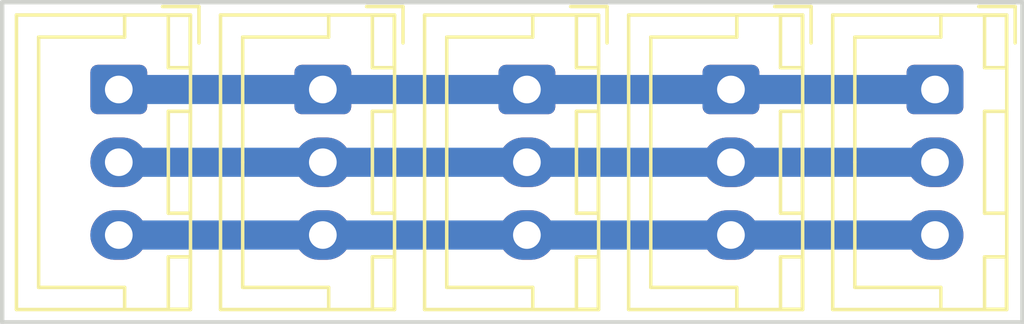
<source format=kicad_pcb>
(kicad_pcb (version 20171130) (host pcbnew "(5.1.9)-1")

  (general
    (thickness 1.6)
    (drawings 4)
    (tracks 12)
    (zones 0)
    (modules 5)
    (nets 4)
  )

  (page A4)
  (layers
    (0 F.Cu signal)
    (31 B.Cu signal)
    (32 B.Adhes user)
    (33 F.Adhes user)
    (34 B.Paste user)
    (35 F.Paste user)
    (36 B.SilkS user)
    (37 F.SilkS user)
    (38 B.Mask user)
    (39 F.Mask user)
    (40 Dwgs.User user)
    (41 Cmts.User user)
    (42 Eco1.User user)
    (43 Eco2.User user)
    (44 Edge.Cuts user)
    (45 Margin user)
    (46 B.CrtYd user)
    (47 F.CrtYd user)
    (48 B.Fab user hide)
    (49 F.Fab user hide)
  )

  (setup
    (last_trace_width 0.5)
    (trace_clearance 0.2)
    (zone_clearance 0.508)
    (zone_45_only no)
    (trace_min 0.2)
    (via_size 1)
    (via_drill 0.6)
    (via_min_size 0.4)
    (via_min_drill 0.3)
    (uvia_size 0.3)
    (uvia_drill 0.1)
    (uvias_allowed no)
    (uvia_min_size 0.2)
    (uvia_min_drill 0.1)
    (edge_width 0.05)
    (segment_width 0.2)
    (pcb_text_width 0.3)
    (pcb_text_size 1.5 1.5)
    (mod_edge_width 0.12)
    (mod_text_size 1 1)
    (mod_text_width 0.15)
    (pad_size 8.5 8.5)
    (pad_drill 4.3)
    (pad_to_mask_clearance 0.05)
    (aux_axis_origin 0 0)
    (visible_elements 7FFFFF7F)
    (pcbplotparams
      (layerselection 0x310fc_ffffffff)
      (usegerberextensions false)
      (usegerberattributes true)
      (usegerberadvancedattributes true)
      (creategerberjobfile true)
      (excludeedgelayer false)
      (linewidth 0.100000)
      (plotframeref false)
      (viasonmask false)
      (mode 1)
      (useauxorigin true)
      (hpglpennumber 1)
      (hpglpenspeed 20)
      (hpglpendiameter 15.000000)
      (psnegative false)
      (psa4output false)
      (plotreference true)
      (plotvalue true)
      (plotinvisibletext false)
      (padsonsilk true)
      (subtractmaskfromsilk false)
      (outputformat 1)
      (mirror false)
      (drillshape 0)
      (scaleselection 1)
      (outputdirectory "gerbers/"))
  )

  (net 0 "")
  (net 1 pin1)
  (net 2 pin2)
  (net 3 pin3)

  (net_class Default "This is the default net class."
    (clearance 0.2)
    (trace_width 0.5)
    (via_dia 1)
    (via_drill 0.6)
    (uvia_dia 0.3)
    (uvia_drill 0.1)
  )

  (net_class fin ""
    (clearance 0.2)
    (trace_width 0.3)
    (via_dia 1)
    (via_drill 0.6)
    (uvia_dia 0.3)
    (uvia_drill 0.1)
  )

  (net_class gros ""
    (clearance 0.2)
    (trace_width 1)
    (via_dia 1)
    (via_drill 0.6)
    (uvia_dia 0.3)
    (uvia_drill 0.1)
    (add_net pin1)
    (add_net pin2)
    (add_net pin3)
  )

  (module Connector_JST:JST_XH_B3B-XH-A_1x03_P2.50mm_Vertical (layer F.Cu) (tedit 5C28146C) (tstamp 60C23155)
    (at 149 125 270)
    (descr "JST XH series connector, B3B-XH-A (http://www.jst-mfg.com/product/pdf/eng/eXH.pdf), generated with kicad-footprint-generator")
    (tags "connector JST XH vertical")
    (path /5FC6D1B4/60C1D75E)
    (fp_text reference J1 (at 2.5 -3.55 90) (layer F.SilkS) hide
      (effects (font (size 1 1) (thickness 0.15)))
    )
    (fp_text value Conn_01x03 (at 2.5 4.6 90) (layer F.Fab)
      (effects (font (size 1 1) (thickness 0.15)))
    )
    (fp_text user %R (at 2.5 2.7 90) (layer F.Fab)
      (effects (font (size 1 1) (thickness 0.15)))
    )
    (fp_line (start -2.45 -2.35) (end -2.45 3.4) (layer F.Fab) (width 0.1))
    (fp_line (start -2.45 3.4) (end 7.45 3.4) (layer F.Fab) (width 0.1))
    (fp_line (start 7.45 3.4) (end 7.45 -2.35) (layer F.Fab) (width 0.1))
    (fp_line (start 7.45 -2.35) (end -2.45 -2.35) (layer F.Fab) (width 0.1))
    (fp_line (start -2.56 -2.46) (end -2.56 3.51) (layer F.SilkS) (width 0.12))
    (fp_line (start -2.56 3.51) (end 7.56 3.51) (layer F.SilkS) (width 0.12))
    (fp_line (start 7.56 3.51) (end 7.56 -2.46) (layer F.SilkS) (width 0.12))
    (fp_line (start 7.56 -2.46) (end -2.56 -2.46) (layer F.SilkS) (width 0.12))
    (fp_line (start -2.95 -2.85) (end -2.95 3.9) (layer F.CrtYd) (width 0.05))
    (fp_line (start -2.95 3.9) (end 7.95 3.9) (layer F.CrtYd) (width 0.05))
    (fp_line (start 7.95 3.9) (end 7.95 -2.85) (layer F.CrtYd) (width 0.05))
    (fp_line (start 7.95 -2.85) (end -2.95 -2.85) (layer F.CrtYd) (width 0.05))
    (fp_line (start -0.625 -2.35) (end 0 -1.35) (layer F.Fab) (width 0.1))
    (fp_line (start 0 -1.35) (end 0.625 -2.35) (layer F.Fab) (width 0.1))
    (fp_line (start 0.75 -2.45) (end 0.75 -1.7) (layer F.SilkS) (width 0.12))
    (fp_line (start 0.75 -1.7) (end 4.25 -1.7) (layer F.SilkS) (width 0.12))
    (fp_line (start 4.25 -1.7) (end 4.25 -2.45) (layer F.SilkS) (width 0.12))
    (fp_line (start 4.25 -2.45) (end 0.75 -2.45) (layer F.SilkS) (width 0.12))
    (fp_line (start -2.55 -2.45) (end -2.55 -1.7) (layer F.SilkS) (width 0.12))
    (fp_line (start -2.55 -1.7) (end -0.75 -1.7) (layer F.SilkS) (width 0.12))
    (fp_line (start -0.75 -1.7) (end -0.75 -2.45) (layer F.SilkS) (width 0.12))
    (fp_line (start -0.75 -2.45) (end -2.55 -2.45) (layer F.SilkS) (width 0.12))
    (fp_line (start 5.75 -2.45) (end 5.75 -1.7) (layer F.SilkS) (width 0.12))
    (fp_line (start 5.75 -1.7) (end 7.55 -1.7) (layer F.SilkS) (width 0.12))
    (fp_line (start 7.55 -1.7) (end 7.55 -2.45) (layer F.SilkS) (width 0.12))
    (fp_line (start 7.55 -2.45) (end 5.75 -2.45) (layer F.SilkS) (width 0.12))
    (fp_line (start -2.55 -0.2) (end -1.8 -0.2) (layer F.SilkS) (width 0.12))
    (fp_line (start -1.8 -0.2) (end -1.8 2.75) (layer F.SilkS) (width 0.12))
    (fp_line (start -1.8 2.75) (end 2.5 2.75) (layer F.SilkS) (width 0.12))
    (fp_line (start 7.55 -0.2) (end 6.8 -0.2) (layer F.SilkS) (width 0.12))
    (fp_line (start 6.8 -0.2) (end 6.8 2.75) (layer F.SilkS) (width 0.12))
    (fp_line (start 6.8 2.75) (end 2.5 2.75) (layer F.SilkS) (width 0.12))
    (fp_line (start -1.6 -2.75) (end -2.85 -2.75) (layer F.SilkS) (width 0.12))
    (fp_line (start -2.85 -2.75) (end -2.85 -1.5) (layer F.SilkS) (width 0.12))
    (pad 3 thru_hole oval (at 5 0 270) (size 1.7 1.95) (drill 0.95) (layers *.Cu *.Mask)
      (net 3 pin3))
    (pad 2 thru_hole oval (at 2.5 0 270) (size 1.7 1.95) (drill 0.95) (layers *.Cu *.Mask)
      (net 2 pin2))
    (pad 1 thru_hole roundrect (at 0 0 270) (size 1.7 1.95) (drill 0.95) (layers *.Cu *.Mask) (roundrect_rratio 0.147059)
      (net 1 pin1))
    (model ${KISYS3DMOD}/Connector_JST.3dshapes/JST_XH_B3B-XH-A_1x03_P2.50mm_Vertical.wrl
      (at (xyz 0 0 0))
      (scale (xyz 1 1 1))
      (rotate (xyz 0 0 0))
    )
  )

  (module Connector_JST:JST_XH_B3B-XH-A_1x03_P2.50mm_Vertical (layer F.Cu) (tedit 5C28146C) (tstamp 60C2317F)
    (at 156 125 270)
    (descr "JST XH series connector, B3B-XH-A (http://www.jst-mfg.com/product/pdf/eng/eXH.pdf), generated with kicad-footprint-generator")
    (tags "connector JST XH vertical")
    (path /5FC6D1B4/60C1F5EE)
    (fp_text reference J2 (at 2.5 -3.55 90) (layer F.SilkS) hide
      (effects (font (size 1 1) (thickness 0.15)))
    )
    (fp_text value Conn_01x03 (at 2.5 4.6 90) (layer F.Fab)
      (effects (font (size 1 1) (thickness 0.15)))
    )
    (fp_text user %R (at 2.5 2.7 90) (layer F.Fab)
      (effects (font (size 1 1) (thickness 0.15)))
    )
    (fp_line (start -2.45 -2.35) (end -2.45 3.4) (layer F.Fab) (width 0.1))
    (fp_line (start -2.45 3.4) (end 7.45 3.4) (layer F.Fab) (width 0.1))
    (fp_line (start 7.45 3.4) (end 7.45 -2.35) (layer F.Fab) (width 0.1))
    (fp_line (start 7.45 -2.35) (end -2.45 -2.35) (layer F.Fab) (width 0.1))
    (fp_line (start -2.56 -2.46) (end -2.56 3.51) (layer F.SilkS) (width 0.12))
    (fp_line (start -2.56 3.51) (end 7.56 3.51) (layer F.SilkS) (width 0.12))
    (fp_line (start 7.56 3.51) (end 7.56 -2.46) (layer F.SilkS) (width 0.12))
    (fp_line (start 7.56 -2.46) (end -2.56 -2.46) (layer F.SilkS) (width 0.12))
    (fp_line (start -2.95 -2.85) (end -2.95 3.9) (layer F.CrtYd) (width 0.05))
    (fp_line (start -2.95 3.9) (end 7.95 3.9) (layer F.CrtYd) (width 0.05))
    (fp_line (start 7.95 3.9) (end 7.95 -2.85) (layer F.CrtYd) (width 0.05))
    (fp_line (start 7.95 -2.85) (end -2.95 -2.85) (layer F.CrtYd) (width 0.05))
    (fp_line (start -0.625 -2.35) (end 0 -1.35) (layer F.Fab) (width 0.1))
    (fp_line (start 0 -1.35) (end 0.625 -2.35) (layer F.Fab) (width 0.1))
    (fp_line (start 0.75 -2.45) (end 0.75 -1.7) (layer F.SilkS) (width 0.12))
    (fp_line (start 0.75 -1.7) (end 4.25 -1.7) (layer F.SilkS) (width 0.12))
    (fp_line (start 4.25 -1.7) (end 4.25 -2.45) (layer F.SilkS) (width 0.12))
    (fp_line (start 4.25 -2.45) (end 0.75 -2.45) (layer F.SilkS) (width 0.12))
    (fp_line (start -2.55 -2.45) (end -2.55 -1.7) (layer F.SilkS) (width 0.12))
    (fp_line (start -2.55 -1.7) (end -0.75 -1.7) (layer F.SilkS) (width 0.12))
    (fp_line (start -0.75 -1.7) (end -0.75 -2.45) (layer F.SilkS) (width 0.12))
    (fp_line (start -0.75 -2.45) (end -2.55 -2.45) (layer F.SilkS) (width 0.12))
    (fp_line (start 5.75 -2.45) (end 5.75 -1.7) (layer F.SilkS) (width 0.12))
    (fp_line (start 5.75 -1.7) (end 7.55 -1.7) (layer F.SilkS) (width 0.12))
    (fp_line (start 7.55 -1.7) (end 7.55 -2.45) (layer F.SilkS) (width 0.12))
    (fp_line (start 7.55 -2.45) (end 5.75 -2.45) (layer F.SilkS) (width 0.12))
    (fp_line (start -2.55 -0.2) (end -1.8 -0.2) (layer F.SilkS) (width 0.12))
    (fp_line (start -1.8 -0.2) (end -1.8 2.75) (layer F.SilkS) (width 0.12))
    (fp_line (start -1.8 2.75) (end 2.5 2.75) (layer F.SilkS) (width 0.12))
    (fp_line (start 7.55 -0.2) (end 6.8 -0.2) (layer F.SilkS) (width 0.12))
    (fp_line (start 6.8 -0.2) (end 6.8 2.75) (layer F.SilkS) (width 0.12))
    (fp_line (start 6.8 2.75) (end 2.5 2.75) (layer F.SilkS) (width 0.12))
    (fp_line (start -1.6 -2.75) (end -2.85 -2.75) (layer F.SilkS) (width 0.12))
    (fp_line (start -2.85 -2.75) (end -2.85 -1.5) (layer F.SilkS) (width 0.12))
    (pad 3 thru_hole oval (at 5 0 270) (size 1.7 1.95) (drill 0.95) (layers *.Cu *.Mask)
      (net 3 pin3))
    (pad 2 thru_hole oval (at 2.5 0 270) (size 1.7 1.95) (drill 0.95) (layers *.Cu *.Mask)
      (net 2 pin2))
    (pad 1 thru_hole roundrect (at 0 0 270) (size 1.7 1.95) (drill 0.95) (layers *.Cu *.Mask) (roundrect_rratio 0.147059)
      (net 1 pin1))
    (model ${KISYS3DMOD}/Connector_JST.3dshapes/JST_XH_B3B-XH-A_1x03_P2.50mm_Vertical.wrl
      (at (xyz 0 0 0))
      (scale (xyz 1 1 1))
      (rotate (xyz 0 0 0))
    )
  )

  (module Connector_JST:JST_XH_B3B-XH-A_1x03_P2.50mm_Vertical (layer F.Cu) (tedit 5C28146C) (tstamp 60C231A9)
    (at 163 125 270)
    (descr "JST XH series connector, B3B-XH-A (http://www.jst-mfg.com/product/pdf/eng/eXH.pdf), generated with kicad-footprint-generator")
    (tags "connector JST XH vertical")
    (path /5FC6D1B4/60C203F1)
    (fp_text reference J3 (at 2.5 -3.55 90) (layer F.SilkS) hide
      (effects (font (size 1 1) (thickness 0.15)))
    )
    (fp_text value Conn_01x03 (at 2.5 4.6 90) (layer F.Fab)
      (effects (font (size 1 1) (thickness 0.15)))
    )
    (fp_text user %R (at 2.5 2.7 90) (layer F.Fab)
      (effects (font (size 1 1) (thickness 0.15)))
    )
    (fp_line (start -2.45 -2.35) (end -2.45 3.4) (layer F.Fab) (width 0.1))
    (fp_line (start -2.45 3.4) (end 7.45 3.4) (layer F.Fab) (width 0.1))
    (fp_line (start 7.45 3.4) (end 7.45 -2.35) (layer F.Fab) (width 0.1))
    (fp_line (start 7.45 -2.35) (end -2.45 -2.35) (layer F.Fab) (width 0.1))
    (fp_line (start -2.56 -2.46) (end -2.56 3.51) (layer F.SilkS) (width 0.12))
    (fp_line (start -2.56 3.51) (end 7.56 3.51) (layer F.SilkS) (width 0.12))
    (fp_line (start 7.56 3.51) (end 7.56 -2.46) (layer F.SilkS) (width 0.12))
    (fp_line (start 7.56 -2.46) (end -2.56 -2.46) (layer F.SilkS) (width 0.12))
    (fp_line (start -2.95 -2.85) (end -2.95 3.9) (layer F.CrtYd) (width 0.05))
    (fp_line (start -2.95 3.9) (end 7.95 3.9) (layer F.CrtYd) (width 0.05))
    (fp_line (start 7.95 3.9) (end 7.95 -2.85) (layer F.CrtYd) (width 0.05))
    (fp_line (start 7.95 -2.85) (end -2.95 -2.85) (layer F.CrtYd) (width 0.05))
    (fp_line (start -0.625 -2.35) (end 0 -1.35) (layer F.Fab) (width 0.1))
    (fp_line (start 0 -1.35) (end 0.625 -2.35) (layer F.Fab) (width 0.1))
    (fp_line (start 0.75 -2.45) (end 0.75 -1.7) (layer F.SilkS) (width 0.12))
    (fp_line (start 0.75 -1.7) (end 4.25 -1.7) (layer F.SilkS) (width 0.12))
    (fp_line (start 4.25 -1.7) (end 4.25 -2.45) (layer F.SilkS) (width 0.12))
    (fp_line (start 4.25 -2.45) (end 0.75 -2.45) (layer F.SilkS) (width 0.12))
    (fp_line (start -2.55 -2.45) (end -2.55 -1.7) (layer F.SilkS) (width 0.12))
    (fp_line (start -2.55 -1.7) (end -0.75 -1.7) (layer F.SilkS) (width 0.12))
    (fp_line (start -0.75 -1.7) (end -0.75 -2.45) (layer F.SilkS) (width 0.12))
    (fp_line (start -0.75 -2.45) (end -2.55 -2.45) (layer F.SilkS) (width 0.12))
    (fp_line (start 5.75 -2.45) (end 5.75 -1.7) (layer F.SilkS) (width 0.12))
    (fp_line (start 5.75 -1.7) (end 7.55 -1.7) (layer F.SilkS) (width 0.12))
    (fp_line (start 7.55 -1.7) (end 7.55 -2.45) (layer F.SilkS) (width 0.12))
    (fp_line (start 7.55 -2.45) (end 5.75 -2.45) (layer F.SilkS) (width 0.12))
    (fp_line (start -2.55 -0.2) (end -1.8 -0.2) (layer F.SilkS) (width 0.12))
    (fp_line (start -1.8 -0.2) (end -1.8 2.75) (layer F.SilkS) (width 0.12))
    (fp_line (start -1.8 2.75) (end 2.5 2.75) (layer F.SilkS) (width 0.12))
    (fp_line (start 7.55 -0.2) (end 6.8 -0.2) (layer F.SilkS) (width 0.12))
    (fp_line (start 6.8 -0.2) (end 6.8 2.75) (layer F.SilkS) (width 0.12))
    (fp_line (start 6.8 2.75) (end 2.5 2.75) (layer F.SilkS) (width 0.12))
    (fp_line (start -1.6 -2.75) (end -2.85 -2.75) (layer F.SilkS) (width 0.12))
    (fp_line (start -2.85 -2.75) (end -2.85 -1.5) (layer F.SilkS) (width 0.12))
    (pad 3 thru_hole oval (at 5 0 270) (size 1.7 1.95) (drill 0.95) (layers *.Cu *.Mask)
      (net 3 pin3))
    (pad 2 thru_hole oval (at 2.5 0 270) (size 1.7 1.95) (drill 0.95) (layers *.Cu *.Mask)
      (net 2 pin2))
    (pad 1 thru_hole roundrect (at 0 0 270) (size 1.7 1.95) (drill 0.95) (layers *.Cu *.Mask) (roundrect_rratio 0.147059)
      (net 1 pin1))
    (model ${KISYS3DMOD}/Connector_JST.3dshapes/JST_XH_B3B-XH-A_1x03_P2.50mm_Vertical.wrl
      (at (xyz 0 0 0))
      (scale (xyz 1 1 1))
      (rotate (xyz 0 0 0))
    )
  )

  (module Connector_JST:JST_XH_B3B-XH-A_1x03_P2.50mm_Vertical (layer F.Cu) (tedit 5C28146C) (tstamp 60C231D3)
    (at 170 125 270)
    (descr "JST XH series connector, B3B-XH-A (http://www.jst-mfg.com/product/pdf/eng/eXH.pdf), generated with kicad-footprint-generator")
    (tags "connector JST XH vertical")
    (path /5FC6D1B4/60C2172B)
    (fp_text reference J4 (at 5.074999 -1.675001 90) (layer F.SilkS) hide
      (effects (font (size 1 1) (thickness 0.15)))
    )
    (fp_text value Conn_01x03 (at 2.5 4.6 90) (layer F.Fab)
      (effects (font (size 1 1) (thickness 0.15)))
    )
    (fp_text user %R (at 2.5 2.7 90) (layer F.Fab)
      (effects (font (size 1 1) (thickness 0.15)))
    )
    (fp_line (start -2.45 -2.35) (end -2.45 3.4) (layer F.Fab) (width 0.1))
    (fp_line (start -2.45 3.4) (end 7.45 3.4) (layer F.Fab) (width 0.1))
    (fp_line (start 7.45 3.4) (end 7.45 -2.35) (layer F.Fab) (width 0.1))
    (fp_line (start 7.45 -2.35) (end -2.45 -2.35) (layer F.Fab) (width 0.1))
    (fp_line (start -2.56 -2.46) (end -2.56 3.51) (layer F.SilkS) (width 0.12))
    (fp_line (start -2.56 3.51) (end 7.56 3.51) (layer F.SilkS) (width 0.12))
    (fp_line (start 7.56 3.51) (end 7.56 -2.46) (layer F.SilkS) (width 0.12))
    (fp_line (start 7.56 -2.46) (end -2.56 -2.46) (layer F.SilkS) (width 0.12))
    (fp_line (start -2.95 -2.85) (end -2.95 3.9) (layer F.CrtYd) (width 0.05))
    (fp_line (start -2.95 3.9) (end 7.95 3.9) (layer F.CrtYd) (width 0.05))
    (fp_line (start 7.95 3.9) (end 7.95 -2.85) (layer F.CrtYd) (width 0.05))
    (fp_line (start 7.95 -2.85) (end -2.95 -2.85) (layer F.CrtYd) (width 0.05))
    (fp_line (start -0.625 -2.35) (end 0 -1.35) (layer F.Fab) (width 0.1))
    (fp_line (start 0 -1.35) (end 0.625 -2.35) (layer F.Fab) (width 0.1))
    (fp_line (start 0.75 -2.45) (end 0.75 -1.7) (layer F.SilkS) (width 0.12))
    (fp_line (start 0.75 -1.7) (end 4.25 -1.7) (layer F.SilkS) (width 0.12))
    (fp_line (start 4.25 -1.7) (end 4.25 -2.45) (layer F.SilkS) (width 0.12))
    (fp_line (start 4.25 -2.45) (end 0.75 -2.45) (layer F.SilkS) (width 0.12))
    (fp_line (start -2.55 -2.45) (end -2.55 -1.7) (layer F.SilkS) (width 0.12))
    (fp_line (start -2.55 -1.7) (end -0.75 -1.7) (layer F.SilkS) (width 0.12))
    (fp_line (start -0.75 -1.7) (end -0.75 -2.45) (layer F.SilkS) (width 0.12))
    (fp_line (start -0.75 -2.45) (end -2.55 -2.45) (layer F.SilkS) (width 0.12))
    (fp_line (start 5.75 -2.45) (end 5.75 -1.7) (layer F.SilkS) (width 0.12))
    (fp_line (start 5.75 -1.7) (end 7.55 -1.7) (layer F.SilkS) (width 0.12))
    (fp_line (start 7.55 -1.7) (end 7.55 -2.45) (layer F.SilkS) (width 0.12))
    (fp_line (start 7.55 -2.45) (end 5.75 -2.45) (layer F.SilkS) (width 0.12))
    (fp_line (start -2.55 -0.2) (end -1.8 -0.2) (layer F.SilkS) (width 0.12))
    (fp_line (start -1.8 -0.2) (end -1.8 2.75) (layer F.SilkS) (width 0.12))
    (fp_line (start -1.8 2.75) (end 2.5 2.75) (layer F.SilkS) (width 0.12))
    (fp_line (start 7.55 -0.2) (end 6.8 -0.2) (layer F.SilkS) (width 0.12))
    (fp_line (start 6.8 -0.2) (end 6.8 2.75) (layer F.SilkS) (width 0.12))
    (fp_line (start 6.8 2.75) (end 2.5 2.75) (layer F.SilkS) (width 0.12))
    (fp_line (start -1.6 -2.75) (end -2.85 -2.75) (layer F.SilkS) (width 0.12))
    (fp_line (start -2.85 -2.75) (end -2.85 -1.5) (layer F.SilkS) (width 0.12))
    (pad 3 thru_hole oval (at 5 0 270) (size 1.7 1.95) (drill 0.95) (layers *.Cu *.Mask)
      (net 3 pin3))
    (pad 2 thru_hole oval (at 2.5 0 270) (size 1.7 1.95) (drill 0.95) (layers *.Cu *.Mask)
      (net 2 pin2))
    (pad 1 thru_hole roundrect (at 0 0 270) (size 1.7 1.95) (drill 0.95) (layers *.Cu *.Mask) (roundrect_rratio 0.147059)
      (net 1 pin1))
    (model ${KISYS3DMOD}/Connector_JST.3dshapes/JST_XH_B3B-XH-A_1x03_P2.50mm_Vertical.wrl
      (at (xyz 0 0 0))
      (scale (xyz 1 1 1))
      (rotate (xyz 0 0 0))
    )
  )

  (module Connector_JST:JST_XH_B3B-XH-A_1x03_P2.50mm_Vertical (layer F.Cu) (tedit 5C28146C) (tstamp 60C231FD)
    (at 177 125 270)
    (descr "JST XH series connector, B3B-XH-A (http://www.jst-mfg.com/product/pdf/eng/eXH.pdf), generated with kicad-footprint-generator")
    (tags "connector JST XH vertical")
    (path /5FC6D1B4/60C22AB2)
    (fp_text reference J5 (at 2.5 -3.55 90) (layer F.SilkS) hide
      (effects (font (size 1 1) (thickness 0.15)))
    )
    (fp_text value Conn_01x03 (at 2.5 4.6 90) (layer F.Fab)
      (effects (font (size 1 1) (thickness 0.15)))
    )
    (fp_text user %R (at 2.5 2.7 90) (layer F.Fab)
      (effects (font (size 1 1) (thickness 0.15)))
    )
    (fp_line (start -2.45 -2.35) (end -2.45 3.4) (layer F.Fab) (width 0.1))
    (fp_line (start -2.45 3.4) (end 7.45 3.4) (layer F.Fab) (width 0.1))
    (fp_line (start 7.45 3.4) (end 7.45 -2.35) (layer F.Fab) (width 0.1))
    (fp_line (start 7.45 -2.35) (end -2.45 -2.35) (layer F.Fab) (width 0.1))
    (fp_line (start -2.56 -2.46) (end -2.56 3.51) (layer F.SilkS) (width 0.12))
    (fp_line (start -2.56 3.51) (end 7.56 3.51) (layer F.SilkS) (width 0.12))
    (fp_line (start 7.56 3.51) (end 7.56 -2.46) (layer F.SilkS) (width 0.12))
    (fp_line (start 7.56 -2.46) (end -2.56 -2.46) (layer F.SilkS) (width 0.12))
    (fp_line (start -2.95 -2.85) (end -2.95 3.9) (layer F.CrtYd) (width 0.05))
    (fp_line (start -2.95 3.9) (end 7.95 3.9) (layer F.CrtYd) (width 0.05))
    (fp_line (start 7.95 3.9) (end 7.95 -2.85) (layer F.CrtYd) (width 0.05))
    (fp_line (start 7.95 -2.85) (end -2.95 -2.85) (layer F.CrtYd) (width 0.05))
    (fp_line (start -0.625 -2.35) (end 0 -1.35) (layer F.Fab) (width 0.1))
    (fp_line (start 0 -1.35) (end 0.625 -2.35) (layer F.Fab) (width 0.1))
    (fp_line (start 0.75 -2.45) (end 0.75 -1.7) (layer F.SilkS) (width 0.12))
    (fp_line (start 0.75 -1.7) (end 4.25 -1.7) (layer F.SilkS) (width 0.12))
    (fp_line (start 4.25 -1.7) (end 4.25 -2.45) (layer F.SilkS) (width 0.12))
    (fp_line (start 4.25 -2.45) (end 0.75 -2.45) (layer F.SilkS) (width 0.12))
    (fp_line (start -2.55 -2.45) (end -2.55 -1.7) (layer F.SilkS) (width 0.12))
    (fp_line (start -2.55 -1.7) (end -0.75 -1.7) (layer F.SilkS) (width 0.12))
    (fp_line (start -0.75 -1.7) (end -0.75 -2.45) (layer F.SilkS) (width 0.12))
    (fp_line (start -0.75 -2.45) (end -2.55 -2.45) (layer F.SilkS) (width 0.12))
    (fp_line (start 5.75 -2.45) (end 5.75 -1.7) (layer F.SilkS) (width 0.12))
    (fp_line (start 5.75 -1.7) (end 7.55 -1.7) (layer F.SilkS) (width 0.12))
    (fp_line (start 7.55 -1.7) (end 7.55 -2.45) (layer F.SilkS) (width 0.12))
    (fp_line (start 7.55 -2.45) (end 5.75 -2.45) (layer F.SilkS) (width 0.12))
    (fp_line (start -2.55 -0.2) (end -1.8 -0.2) (layer F.SilkS) (width 0.12))
    (fp_line (start -1.8 -0.2) (end -1.8 2.75) (layer F.SilkS) (width 0.12))
    (fp_line (start -1.8 2.75) (end 2.5 2.75) (layer F.SilkS) (width 0.12))
    (fp_line (start 7.55 -0.2) (end 6.8 -0.2) (layer F.SilkS) (width 0.12))
    (fp_line (start 6.8 -0.2) (end 6.8 2.75) (layer F.SilkS) (width 0.12))
    (fp_line (start 6.8 2.75) (end 2.5 2.75) (layer F.SilkS) (width 0.12))
    (fp_line (start -1.6 -2.75) (end -2.85 -2.75) (layer F.SilkS) (width 0.12))
    (fp_line (start -2.85 -2.75) (end -2.85 -1.5) (layer F.SilkS) (width 0.12))
    (pad 3 thru_hole oval (at 5 0 270) (size 1.7 1.95) (drill 0.95) (layers *.Cu *.Mask)
      (net 3 pin3))
    (pad 2 thru_hole oval (at 2.5 0 270) (size 1.7 1.95) (drill 0.95) (layers *.Cu *.Mask)
      (net 2 pin2))
    (pad 1 thru_hole roundrect (at 0 0 270) (size 1.7 1.95) (drill 0.95) (layers *.Cu *.Mask) (roundrect_rratio 0.147059)
      (net 1 pin1))
    (model ${KISYS3DMOD}/Connector_JST.3dshapes/JST_XH_B3B-XH-A_1x03_P2.50mm_Vertical.wrl
      (at (xyz 0 0 0))
      (scale (xyz 1 1 1))
      (rotate (xyz 0 0 0))
    )
  )

  (gr_line (start 145 133) (end 145 122) (layer Edge.Cuts) (width 0.15))
  (gr_line (start 180 133) (end 145 133) (layer Edge.Cuts) (width 0.15))
  (gr_line (start 180 122) (end 180 133) (layer Edge.Cuts) (width 0.15))
  (gr_line (start 145 122) (end 180 122) (layer Edge.Cuts) (width 0.15))

  (segment (start 149 125) (end 156 125) (width 1) (layer B.Cu) (net 1))
  (segment (start 156 125) (end 163 125) (width 1) (layer B.Cu) (net 1))
  (segment (start 163 125) (end 170 125) (width 1) (layer B.Cu) (net 1))
  (segment (start 170 125) (end 177 125) (width 1) (layer B.Cu) (net 1))
  (segment (start 149 127.5) (end 156 127.5) (width 1) (layer B.Cu) (net 2))
  (segment (start 156 127.5) (end 163 127.5) (width 1) (layer B.Cu) (net 2))
  (segment (start 163 127.5) (end 170 127.5) (width 1) (layer B.Cu) (net 2))
  (segment (start 170 127.5) (end 177 127.5) (width 1) (layer B.Cu) (net 2))
  (segment (start 177 130) (end 170 130) (width 1) (layer B.Cu) (net 3))
  (segment (start 163 130) (end 170 130) (width 1) (layer B.Cu) (net 3))
  (segment (start 156 130) (end 163 130) (width 1) (layer B.Cu) (net 3))
  (segment (start 149 130) (end 156 130) (width 1) (layer B.Cu) (net 3))

)

</source>
